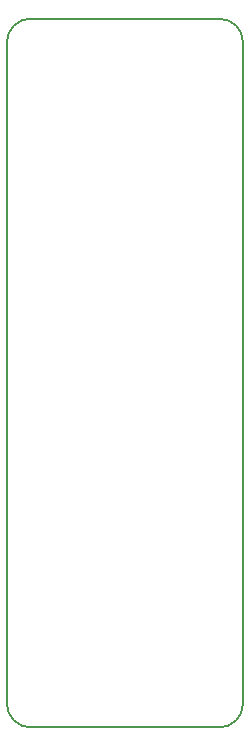
<source format=gbr>
%TF.GenerationSoftware,KiCad,Pcbnew,7.0.5*%
%TF.CreationDate,2023-06-30T17:27:13-05:00*%
%TF.ProjectId,Single.Channel.Amp,53696e67-6c65-42e4-9368-616e6e656c2e,rev?*%
%TF.SameCoordinates,Original*%
%TF.FileFunction,Profile,NP*%
%FSLAX46Y46*%
G04 Gerber Fmt 4.6, Leading zero omitted, Abs format (unit mm)*
G04 Created by KiCad (PCBNEW 7.0.5) date 2023-06-30 17:27:13*
%MOMM*%
%LPD*%
G01*
G04 APERTURE LIST*
%TA.AperFunction,Profile*%
%ADD10C,0.150000*%
%TD*%
G04 APERTURE END LIST*
D10*
X73000000Y-75310000D02*
G75*
G03*
X75000000Y-73310000I0J2000000D01*
G01*
X57000000Y-15310000D02*
X73000000Y-15310000D01*
X57000000Y-75310000D02*
X73000000Y-75310000D01*
X55000000Y-73310000D02*
G75*
G03*
X57000000Y-75310000I2000000J0D01*
G01*
X55000000Y-73310000D02*
X55000000Y-17310000D01*
X75000000Y-17310000D02*
X75000000Y-73310000D01*
X75000000Y-17310000D02*
G75*
G03*
X73000000Y-15310000I-2000000J0D01*
G01*
X57000000Y-15310000D02*
G75*
G03*
X55000000Y-17310000I0J-2000000D01*
G01*
M02*

</source>
